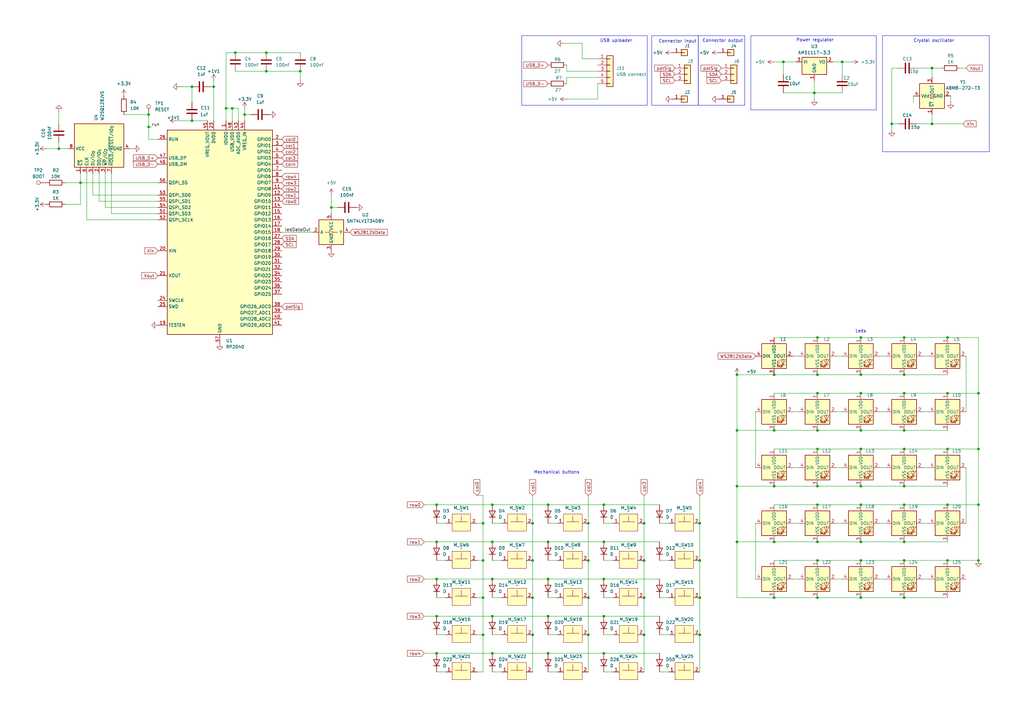
<source format=kicad_sch>
(kicad_sch (version 20250114) (generator "eeschema") (generator_version "9.0")
  (paper "A3")
  (rectangle (start 307.975 14.605) (end 359.41 45.085))
  (rectangle (start 286.385 14.605) (end 305.435 43.18))
  (rectangle (start 267.335 14.605) (end 286.385 43.18))
  (rectangle (start 361.95 14.605) (end 405.765 62.23))
  (rectangle (start 213.995 14.605) (end 265.43 43.18))
  (text "Leds" (at 353.06 135.89 0) (effects (font (size 1.27 1.27))))
  (text "Crystal oscillator" (at 383.032 16.764 0) (effects (font (size 1.27 1.27))))
  (text "USB uploader" (at 252.73 16.764 0) (effects (font (size 1.27 1.27))))
  (text "Connector output" (at 296.418 16.764 0) (effects (font (size 1.27 1.27))))
  (text "Mechanical buttons" (at 228.346 193.802 0) (effects (font (size 1.27 1.27))))
  (text "Connector input" (at 277.876 17.018 0) (effects (font (size 1.27 1.27))))
  (text "Power regulator" (at 334.264 16.51 0) (effects (font (size 1.27 1.27))))
  (junction (at 198.12 229.87))
  (junction (at 201.93 222.25))
  (junction (at 198.12 214.63))
  (junction (at 201.93 267.97))
  (junction (at 264.16 260.35))
  (junction (at 60.96 52.07))
  (junction (at 179.07 252.73))
  (junction (at 353.06 222.25))
  (junction (at 247.65 222.25))
  (junction (at 335.28 222.25))
  (junction (at 218.44 229.87))
  (junction (at 365.76 50.8))
  (junction (at 321.31 25.4))
  (junction (at 179.07 267.97))
  (junction (at 353.06 176.53))
  (junction (at 247.65 207.01))
  (junction (at 335.28 199.39))
  (junction (at 382.27 50.8))
  (junction (at 370.84 245.11))
  (junction (at 201.93 237.49))
  (junction (at 302.26 176.53))
  (junction (at 370.84 161.29))
  (junction (at 335.28 161.29))
  (junction (at 179.07 237.49))
  (junction (at 109.22 29.21))
  (junction (at 241.3 245.11))
  (junction (at 388.62 161.29))
  (junction (at 370.84 222.25))
  (junction (at 179.07 207.01))
  (junction (at 224.79 267.97))
  (junction (at 87.63 35.56))
  (junction (at 370.84 184.15))
  (junction (at 179.07 222.25))
  (junction (at 198.12 260.35))
  (junction (at 264.16 214.63))
  (junction (at 78.74 49.53))
  (junction (at 370.84 229.87))
  (junction (at 287.02 229.87))
  (junction (at 78.74 35.56))
  (junction (at 335.28 229.87))
  (junction (at 201.93 252.73))
  (junction (at 135.89 85.09))
  (junction (at 302.26 222.25))
  (junction (at 388.62 138.43))
  (junction (at 335.28 138.43))
  (junction (at 92.71 44.45))
  (junction (at 317.5 176.53))
  (junction (at 370.84 176.53))
  (junction (at 241.3 214.63))
  (junction (at 388.62 184.15))
  (junction (at 370.84 138.43))
  (junction (at 224.79 237.49))
  (junction (at 353.06 161.29))
  (junction (at 335.28 207.01))
  (junction (at 201.93 207.01))
  (junction (at 353.06 245.11))
  (junction (at 224.79 252.73))
  (junction (at 218.44 245.11))
  (junction (at 287.02 260.35))
  (junction (at 60.96 46.99))
  (junction (at 335.28 176.53))
  (junction (at 247.65 267.97))
  (junction (at 353.06 229.87))
  (junction (at 401.32 184.15))
  (junction (at 353.06 199.39))
  (junction (at 100.33 46.99))
  (junction (at 247.65 237.49))
  (junction (at 224.79 222.25))
  (junction (at 335.28 153.67))
  (junction (at 370.84 199.39))
  (junction (at 335.28 245.11))
  (junction (at 388.62 229.87))
  (junction (at 388.62 207.01))
  (junction (at 335.28 184.15))
  (junction (at 370.84 153.67))
  (junction (at 302.26 199.39))
  (junction (at 302.26 153.67))
  (junction (at 317.5 245.11))
  (junction (at 287.02 214.63))
  (junction (at 401.32 207.01))
  (junction (at 345.44 25.4))
  (junction (at 401.32 161.29))
  (junction (at 247.65 252.73))
  (junction (at 264.16 245.11))
  (junction (at 241.3 260.35))
  (junction (at 370.84 207.01))
  (junction (at 198.12 245.11))
  (junction (at 353.06 184.15))
  (junction (at 401.32 229.87))
  (junction (at 353.06 138.43))
  (junction (at 264.16 229.87))
  (junction (at 317.5 199.39))
  (junction (at 241.3 229.87))
  (junction (at 218.44 260.35))
  (junction (at 24.13 60.96))
  (junction (at 123.19 29.21))
  (junction (at 334.01 38.1))
  (junction (at 317.5 222.25))
  (junction (at 317.5 153.67))
  (junction (at 353.06 207.01))
  (junction (at 96.52 21.59))
  (junction (at 382.27 27.94))
  (junction (at 353.06 153.67))
  (junction (at 224.79 207.01))
  (junction (at 109.22 21.59))
  (junction (at 218.44 214.63))
  (junction (at 33.02 74.93))
  (junction (at 95.25 44.45))
  (junction (at 287.02 245.11))
  (wire (pts (xy 224.79 207.01) (xy 247.65 207.01)))
  (wire (pts (xy 224.79 237.49) (xy 247.65 237.49)))
  (wire (pts (xy 334.01 38.1) (xy 345.44 38.1)))
  (wire (pts (xy 302.26 176.53) (xy 302.26 199.39)))
  (wire (pts (xy 335.28 161.29) (xy 353.06 161.29)))
  (wire (pts (xy 302.26 222.25) (xy 317.5 222.25)))
  (wire (pts (xy 35.56 71.12) (xy 35.56 90.17)))
  (wire (pts (xy 201.93 229.87) (xy 205.74 229.87)))
  (wire (pts (xy 232.41 29.21) (xy 245.11 29.21)))
  (wire (pts (xy 353.06 229.87) (xy 370.84 229.87)))
  (wire (pts (xy 24.13 50.8) (xy 24.13 45.72)))
  (wire (pts (xy 43.18 71.12) (xy 43.18 85.09)))
  (wire (pts (xy 365.76 50.8) (xy 365.76 53.34)))
  (wire (pts (xy 224.79 229.87) (xy 228.6 229.87)))
  (wire (pts (xy 224.79 214.63) (xy 228.6 214.63)))
  (wire (pts (xy 38.1 80.01) (xy 64.77 80.01)))
  (wire (pts (xy 370.84 176.53) (xy 388.62 176.53)))
  (wire (pts (xy 179.07 207.01) (xy 201.93 207.01)))
  (wire (pts (xy 173.99 237.49) (xy 179.07 237.49)))
  (wire (pts (xy 224.79 245.11) (xy 228.6 245.11)))
  (wire (pts (xy 309.88 214.63) (xy 309.88 237.49)))
  (wire (pts (xy 73.66 35.56) (xy 78.74 35.56)))
  (wire (pts (xy 33.02 71.12) (xy 33.02 74.93)))
  (wire (pts (xy 92.71 44.45) (xy 92.71 49.53)))
  (wire (pts (xy 317.5 184.15) (xy 335.28 184.15)))
  (wire (pts (xy 26.67 83.82) (xy 33.02 83.82)))
  (wire (pts (xy 241.3 214.63) (xy 241.3 229.87)))
  (wire (pts (xy 201.93 252.73) (xy 224.79 252.73)))
  (wire (pts (xy 247.65 237.49) (xy 270.51 237.49)))
  (wire (pts (xy 241.3 260.35) (xy 241.3 275.59)))
  (wire (pts (xy 62.23 52.07) (xy 60.96 52.07)))
  (wire (pts (xy 173.99 207.01) (xy 179.07 207.01)))
  (wire (pts (xy 247.65 214.63) (xy 251.46 214.63)))
  (wire (pts (xy 360.68 146.05) (xy 363.22 146.05)))
  (wire (pts (xy 335.28 138.43) (xy 353.06 138.43)))
  (wire (pts (xy 50.8 46.99) (xy 60.96 46.99)))
  (wire (pts (xy 270.51 214.63) (xy 274.32 214.63)))
  (wire (pts (xy 232.41 26.67) (xy 232.41 29.21)))
  (wire (pts (xy 270.51 229.87) (xy 274.32 229.87)))
  (wire (pts (xy 201.93 260.35) (xy 205.74 260.35)))
  (wire (pts (xy 401.32 161.29) (xy 401.32 184.15)))
  (wire (pts (xy 264.16 203.2) (xy 264.16 214.63)))
  (wire (pts (xy 247.65 252.73) (xy 270.51 252.73)))
  (wire (pts (xy 264.16 229.87) (xy 264.16 245.11)))
  (wire (pts (xy 195.58 229.87) (xy 198.12 229.87)))
  (wire (pts (xy 201.93 237.49) (xy 224.79 237.49)))
  (wire (pts (xy 92.71 21.59) (xy 92.71 44.45)))
  (wire (pts (xy 353.06 222.25) (xy 370.84 222.25)))
  (wire (pts (xy 335.28 229.87) (xy 353.06 229.87)))
  (wire (pts (xy 238.76 17.78) (xy 238.76 24.13)))
  (wire (pts (xy 317.5 229.87) (xy 335.28 229.87)))
  (wire (pts (xy 342.9 168.91) (xy 345.44 168.91)))
  (wire (pts (xy 38.1 71.12) (xy 38.1 80.01)))
  (wire (pts (xy 135.89 85.09) (xy 135.89 87.63)))
  (wire (pts (xy 342.9 146.05) (xy 345.44 146.05)))
  (wire (pts (xy 325.12 237.49) (xy 327.66 237.49)))
  (wire (pts (xy 95.25 44.45) (xy 95.25 49.53)))
  (wire (pts (xy 393.7 27.94) (xy 396.24 27.94)))
  (wire (pts (xy 86.36 35.56) (xy 87.63 35.56)))
  (wire (pts (xy 335.28 184.15) (xy 353.06 184.15)))
  (wire (pts (xy 224.79 222.25) (xy 247.65 222.25)))
  (wire (pts (xy 198.12 203.2) (xy 195.58 203.2)))
  (wire (pts (xy 317.5 199.39) (xy 335.28 199.39)))
  (wire (pts (xy 378.46 168.91) (xy 381 168.91)))
  (wire (pts (xy 60.96 52.07) (xy 60.96 57.15)))
  (wire (pts (xy 40.64 71.12) (xy 40.64 82.55)))
  (wire (pts (xy 138.43 85.09) (xy 135.89 85.09)))
  (wire (pts (xy 334.01 33.02) (xy 334.01 38.1)))
  (wire (pts (xy 198.12 229.87) (xy 198.12 214.63)))
  (wire (pts (xy 201.93 267.97) (xy 224.79 267.97)))
  (wire (pts (xy 26.67 74.93) (xy 33.02 74.93)))
  (wire (pts (xy 335.28 153.67) (xy 353.06 153.67)))
  (wire (pts (xy 341.63 25.4) (xy 345.44 25.4)))
  (wire (pts (xy 370.84 245.11) (xy 388.62 245.11)))
  (wire (pts (xy 335.28 199.39) (xy 353.06 199.39)))
  (wire (pts (xy 247.65 245.11) (xy 251.46 245.11)))
  (wire (pts (xy 78.74 41.91) (xy 78.74 35.56)))
  (wire (pts (xy 388.62 184.15) (xy 401.32 184.15)))
  (wire (pts (xy 317.5 25.4) (xy 321.31 25.4)))
  (wire (pts (xy 378.46 146.05) (xy 381 146.05)))
  (wire (pts (xy 100.33 49.53) (xy 100.33 46.99)))
  (wire (pts (xy 317.5 176.53) (xy 335.28 176.53)))
  (wire (pts (xy 396.24 146.05) (xy 396.24 168.91)))
  (wire (pts (xy 378.46 237.49) (xy 381 237.49)))
  (wire (pts (xy 92.71 21.59) (xy 96.52 21.59)))
  (wire (pts (xy 179.07 214.63) (xy 182.88 214.63)))
  (wire (pts (xy 317.5 161.29) (xy 335.28 161.29)))
  (wire (pts (xy 173.99 252.73) (xy 179.07 252.73)))
  (wire (pts (xy 96.52 21.59) (xy 109.22 21.59)))
  (wire (pts (xy 388.62 161.29) (xy 401.32 161.29)))
  (wire (pts (xy 92.71 44.45) (xy 95.25 44.45)))
  (wire (pts (xy 302.26 245.11) (xy 317.5 245.11)))
  (wire (pts (xy 370.84 207.01) (xy 388.62 207.01)))
  (wire (pts (xy 342.9 191.77) (xy 345.44 191.77)))
  (wire (pts (xy 335.28 176.53) (xy 353.06 176.53)))
  (wire (pts (xy 264.16 245.11) (xy 264.16 260.35)))
  (wire (pts (xy 342.9 214.63) (xy 345.44 214.63)))
  (wire (pts (xy 378.46 191.77) (xy 381 191.77)))
  (wire (pts (xy 382.27 31.75) (xy 382.27 27.94)))
  (wire (pts (xy 96.52 29.21) (xy 109.22 29.21)))
  (wire (pts (xy 179.07 229.87) (xy 182.88 229.87)))
  (wire (pts (xy 87.63 35.56) (xy 87.63 49.53)))
  (wire (pts (xy 100.33 46.99) (xy 102.87 46.99)))
  (wire (pts (xy 321.31 38.1) (xy 334.01 38.1)))
  (wire (pts (xy 287.02 260.35) (xy 287.02 275.59)))
  (wire (pts (xy 72.39 49.53) (xy 78.74 49.53)))
  (wire (pts (xy 198.12 229.87) (xy 198.12 245.11)))
  (wire (pts (xy 247.65 267.97) (xy 270.51 267.97)))
  (wire (pts (xy 247.65 222.25) (xy 270.51 222.25)))
  (wire (pts (xy 53.34 60.96) (xy 54.61 60.96)))
  (wire (pts (xy 378.46 214.63) (xy 381 214.63)))
  (wire (pts (xy 321.31 25.4) (xy 321.31 30.48)))
  (wire (pts (xy 179.07 222.25) (xy 201.93 222.25)))
  (wire (pts (xy 35.56 90.17) (xy 64.77 90.17)))
  (wire (pts (xy 370.84 153.67) (xy 388.62 153.67)))
  (wire (pts (xy 325.12 191.77) (xy 327.66 191.77)))
  (wire (pts (xy 325.12 146.05) (xy 327.66 146.05)))
  (wire (pts (xy 232.41 31.75) (xy 245.11 31.75)))
  (wire (pts (xy 27.94 60.96) (xy 24.13 60.96)))
  (wire (pts (xy 345.44 25.4) (xy 345.44 30.48)))
  (wire (pts (xy 24.13 60.96) (xy 24.13 58.42)))
  (wire (pts (xy 195.58 260.35) (xy 198.12 260.35)))
  (wire (pts (xy 325.12 168.91) (xy 327.66 168.91)))
  (wire (pts (xy 368.3 50.8) (xy 365.76 50.8)))
  (wire (pts (xy 247.65 207.01) (xy 270.51 207.01)))
  (wire (pts (xy 33.02 83.82) (xy 33.02 74.93)))
  (wire (pts (xy 218.44 245.11) (xy 218.44 260.35)))
  (wire (pts (xy 302.26 199.39) (xy 317.5 199.39)))
  (wire (pts (xy 201.93 222.25) (xy 224.79 222.25)))
  (wire (pts (xy 218.44 260.35) (xy 218.44 275.59)))
  (wire (pts (xy 302.26 199.39) (xy 302.26 222.25)))
  (wire (pts (xy 353.06 153.67) (xy 370.84 153.67)))
  (wire (pts (xy 198.12 214.63) (xy 198.12 203.2)))
  (wire (pts (xy 19.05 60.96) (xy 24.13 60.96)))
  (wire (pts (xy 195.58 275.59) (xy 198.12 275.59)))
  (wire (pts (xy 382.27 46.99) (xy 382.27 50.8)))
  (wire (pts (xy 287.02 229.87) (xy 287.02 245.11)))
  (wire (pts (xy 317.5 153.67) (xy 335.28 153.67)))
  (wire (pts (xy 375.92 50.8) (xy 382.27 50.8)))
  (wire (pts (xy 302.26 176.53) (xy 317.5 176.53)))
  (wire (pts (xy 388.62 138.43) (xy 401.32 138.43)))
  (wire (pts (xy 360.68 168.91) (xy 363.22 168.91)))
  (wire (pts (xy 264.16 214.63) (xy 264.16 229.87)))
  (wire (pts (xy 195.58 214.63) (xy 198.12 214.63)))
  (wire (pts (xy 353.06 199.39) (xy 370.84 199.39)))
  (wire (pts (xy 45.72 87.63) (xy 64.77 87.63)))
  (wire (pts (xy 382.27 27.94) (xy 386.08 27.94)))
  (wire (pts (xy 97.79 49.53) (xy 97.79 44.45)))
  (wire (pts (xy 375.92 27.94) (xy 382.27 27.94)))
  (wire (pts (xy 218.44 229.87) (xy 218.44 245.11)))
  (wire (pts (xy 135.89 80.01) (xy 135.89 85.09)))
  (wire (pts (xy 309.88 168.91) (xy 309.88 191.77)))
  (wire (pts (xy 201.93 214.63) (xy 205.74 214.63)))
  (wire (pts (xy 33.02 74.93) (xy 64.77 74.93)))
  (wire (pts (xy 45.72 71.12) (xy 45.72 87.63)))
  (wire (pts (xy 179.07 260.35) (xy 182.88 260.35)))
  (wire (pts (xy 396.24 191.77) (xy 396.24 214.63)))
  (wire (pts (xy 345.44 25.4) (xy 349.25 25.4)))
  (wire (pts (xy 353.06 138.43) (xy 370.84 138.43)))
  (wire (pts (xy 360.68 191.77) (xy 363.22 191.77)))
  (wire (pts (xy 109.22 29.21) (xy 123.19 29.21)))
  (wire (pts (xy 224.79 275.59) (xy 228.6 275.59)))
  (wire (pts (xy 287.02 245.11) (xy 287.02 260.35)))
  (wire (pts (xy 401.32 184.15) (xy 401.32 207.01)))
  (wire (pts (xy 87.63 33.02) (xy 87.63 35.56)))
  (wire (pts (xy 321.31 25.4) (xy 326.39 25.4)))
  (wire (pts (xy 270.51 260.35) (xy 274.32 260.35)))
  (wire (pts (xy 317.5 153.67) (xy 302.26 153.67)))
  (wire (pts (xy 232.41 40.64) (xy 245.11 40.64)))
  (wire (pts (xy 264.16 260.35) (xy 264.16 275.59)))
  (wire (pts (xy 224.79 260.35) (xy 228.6 260.35)))
  (wire (pts (xy 218.44 214.63) (xy 218.44 229.87)))
  (wire (pts (xy 201.93 245.11) (xy 205.74 245.11)))
  (wire (pts (xy 238.76 24.13) (xy 245.11 24.13)))
  (wire (pts (xy 241.3 229.87) (xy 241.3 245.11)))
  (wire (pts (xy 60.96 46.99) (xy 60.96 52.07)))
  (wire (pts (xy 353.06 184.15) (xy 370.84 184.15)))
  (wire (pts (xy 287.02 203.2) (xy 287.02 214.63)))
  (wire (pts (xy 302.26 222.25) (xy 302.26 245.11)))
  (wire (pts (xy 317.5 222.25) (xy 335.28 222.25)))
  (wire (pts (xy 382.27 50.8) (xy 394.97 50.8)))
  (wire (pts (xy 247.65 275.59) (xy 251.46 275.59)))
  (wire (pts (xy 247.65 260.35) (xy 251.46 260.35)))
  (wire (pts (xy 232.41 34.29) (xy 232.41 31.75)))
  (wire (pts (xy 78.74 49.53) (xy 85.09 49.53)))
  (wire (pts (xy 365.76 27.94) (xy 368.3 27.94)))
  (wire (pts (xy 317.5 245.11) (xy 335.28 245.11)))
  (wire (pts (xy 198.12 260.35) (xy 198.12 245.11)))
  (wire (pts (xy 401.32 207.01) (xy 401.32 229.87)))
  (wire (pts (xy 43.18 85.09) (xy 64.77 85.09)))
  (wire (pts (xy 245.11 40.64) (xy 245.11 34.29)))
  (wire (pts (xy 123.19 29.21) (xy 123.19 33.02)))
  (wire (pts (xy 100.33 44.45) (xy 100.33 46.99)))
  (wire (pts (xy 201.93 275.59) (xy 205.74 275.59)))
  (wire (pts (xy 241.3 245.11) (xy 241.3 260.35)))
  (wire (pts (xy 179.07 275.59) (xy 182.88 275.59)))
  (wire (pts (xy 198.12 275.59) (xy 198.12 260.35)))
  (wire (pts (xy 109.22 21.59) (xy 123.19 21.59)))
  (wire (pts (xy 179.07 237.49) (xy 201.93 237.49)))
  (wire (pts (xy 173.99 222.25) (xy 179.07 222.25)))
  (wire (pts (xy 179.07 267.97) (xy 201.93 267.97)))
  (wire (pts (xy 370.84 222.25) (xy 388.62 222.25)))
  (wire (pts (xy 360.68 214.63) (xy 363.22 214.63)))
  (wire (pts (xy 241.3 203.2) (xy 241.3 214.63)))
  (wire (pts (xy 370.84 161.29) (xy 388.62 161.29)))
  (wire (pts (xy 247.65 229.87) (xy 251.46 229.87)))
  (wire (pts (xy 317.5 207.01) (xy 335.28 207.01)))
  (wire (pts (xy 179.07 252.73) (xy 201.93 252.73)))
  (wire (pts (xy 334.01 38.1) (xy 334.01 40.64)))
  (wire (pts (xy 335.28 207.01) (xy 353.06 207.01)))
  (wire (pts (xy 353.06 207.01) (xy 370.84 207.01)))
  (wire (pts (xy 95.25 44.45) (xy 97.79 44.45)))
  (wire (pts (xy 173.99 267.97) (xy 179.07 267.97)))
  (wire (pts (xy 287.02 214.63) (xy 287.02 229.87)))
  (wire (pts (xy 365.76 50.8) (xy 365.76 27.94)))
  (wire (pts (xy 302.26 153.67) (xy 302.26 176.53)))
  (wire (pts (xy 374.65 39.37) (xy 374.65 41.91)))
  (wire (pts (xy 335.28 222.25) (xy 353.06 222.25)))
  (wire (pts (xy 317.5 138.43) (xy 335.28 138.43)))
  (wire (pts (xy 370.84 199.39) (xy 388.62 199.39)))
  (wire (pts (xy 224.79 252.73) (xy 247.65 252.73)))
  (wire (pts (xy 353.06 161.29) (xy 370.84 161.29)))
  (wire (pts (xy 401.32 161.29) (xy 401.32 138.43)))
  (wire (pts (xy 115.57 95.25) (xy 128.27 95.25)))
  (wire (pts (xy 360.68 237.49) (xy 363.22 237.49)))
  (wire (pts (xy 353.06 176.53) (xy 370.84 176.53)))
  (wire (pts (xy 270.51 275.59) (xy 274.32 275.59)))
  (wire (pts (xy 60.96 57.15) (xy 64.77 57.15)))
  (wire (pts (xy 370.84 138.43) (xy 388.62 138.43)))
  (wire (pts (xy 179.07 245.11) (xy 182.88 245.11)))
  (wire (pts (xy 370.84 184.15) (xy 388.62 184.15)))
  (wire (pts (xy 388.62 207.01) (xy 401.32 207.01)))
  (wire (pts (xy 218.44 203.2) (xy 218.44 214.63)))
  (wire (pts (xy 342.9 237.49) (xy 345.44 237.49)))
  (wire (pts (xy 335.28 245.11) (xy 353.06 245.11)))
  (wire (pts (xy 40.64 82.55) (xy 64.77 82.55)))
  (wire (pts (xy 401.32 229.87) (xy 388.62 229.87)))
  (wire (pts (xy 195.58 245.11) (xy 198.12 245.11)))
  (wire (pts (xy 224.79 267.97) (xy 247.65 267.97)))
  (wire (pts (xy 201.93 207.01) (xy 224.79 207.01)))
  (wire (pts (xy 231.14 17.78) (xy 238.76 17.78)))
  (wire (pts (xy 270.51 245.11) (xy 274.32 245.11)))
  (wire (pts (xy 370.84 229.87) (xy 388.62 229.87)))
  (wire (pts (xy 389.89 39.37) (xy 389.89 41.91)))
  (wire (pts (xy 353.06 245.11) (xy 370.84 245.11)))
  (wire (pts (xy 325.12 214.63) (xy 327.66 214.63)))
  (label "run" (at 62.23 52.07 0))
  (label "ledDataOut" (at 116.84 95.25 0))
  (global_label "USB_D-" (shape input) (at 224.79 34.29 180) (property "Intersheetrefs" "${INTERSHEET_REFS}" (effects (hide yes))))
  (global_label "row4" (shape input) (at 173.99 267.97 180) (property "Intersheetrefs" "${INTERSHEET_REFS}" (effects (hide yes))))
  (global_label "col4" (shape input) (at 115.57 67.31 0) (property "Intersheetrefs" "${INTERSHEET_REFS}" (effects (hide yes))))
  (global_label "row2" (shape input) (at 173.99 237.49 180) (property "Intersheetrefs" "${INTERSHEET_REFS}" (effects (hide yes))))
  (global_label "col4" (shape input) (at 287.02 203.2 90) (property "Intersheetrefs" "${INTERSHEET_REFS}" (effects (hide yes))))
  (global_label "SDA" (shape input) (at 115.57 97.79 0) (property "Intersheetrefs" "${INTERSHEET_REFS}" (effects (hide yes))))
  (global_label "row0" (shape input) (at 115.57 82.55 0) (property "Intersheetrefs" "${INTERSHEET_REFS}" (effects (hide yes))))
  (global_label "potSig" (shape input) (at 115.57 125.73 0) (property "Intersheetrefs" "${INTERSHEET_REFS}" (effects (hide yes))))
  (global_label "SDA" (shape input) (at 295.91 30.48 180) (property "Intersheetrefs" "${INTERSHEET_REFS}" (effects (hide yes))))
  (global_label "col1" (shape input) (at 218.44 203.2 90) (property "Intersheetrefs" "${INTERSHEET_REFS}" (effects (hide yes))))
  (global_label "USB_D+" (shape input) (at 64.77 64.77 180) (property "Intersheetrefs" "${INTERSHEET_REFS}" (effects (hide yes))))
  (global_label "row1" (shape input) (at 115.57 80.01 0) (property "Intersheetrefs" "${INTERSHEET_REFS}" (effects (hide yes))))
  (global_label "col0" (shape input) (at 195.58 203.2 90) (property "Intersheetrefs" "${INTERSHEET_REFS}" (effects (hide yes))))
  (global_label "row2" (shape input) (at 115.57 77.47 0) (property "Intersheetrefs" "${INTERSHEET_REFS}" (effects (hide yes))))
  (global_label "potSig" (shape input) (at 276.86 27.94 180) (property "Intersheetrefs" "${INTERSHEET_REFS}" (effects (hide yes))))
  (global_label "col2" (shape input) (at 115.57 62.23 0) (property "Intersheetrefs" "${INTERSHEET_REFS}" (effects (hide yes))))
  (global_label "Xin" (shape input) (at 394.97 50.8 0) (property "Intersheetrefs" "${INTERSHEET_REFS}" (effects (hide yes))))
  (global_label "USB_D+" (shape input) (at 224.79 26.67 180) (property "Intersheetrefs" "${INTERSHEET_REFS}" (effects (hide yes))))
  (global_label "SCL" (shape input) (at 295.91 33.02 180) (property "Intersheetrefs" "${INTERSHEET_REFS}" (effects (hide yes))))
  (global_label "row0" (shape input) (at 173.99 207.01 180) (property "Intersheetrefs" "${INTERSHEET_REFS}" (effects (hide yes))))
  (global_label "col3" (shape input) (at 264.16 203.2 90) (property "Intersheetrefs" "${INTERSHEET_REFS}" (effects (hide yes))))
  (global_label "row1" (shape input) (at 173.99 222.25 180) (property "Intersheetrefs" "${INTERSHEET_REFS}" (effects (hide yes))))
  (global_label "SCL" (shape input) (at 276.86 33.02 180) (property "Intersheetrefs" "${INTERSHEET_REFS}" (effects (hide yes))))
  (global_label "Xout" (shape input) (at 64.77 113.03 180) (property "Intersheetrefs" "${INTERSHEET_REFS}" (effects (hide yes))))
  (global_label "SDA" (shape input) (at 276.86 30.48 180) (property "Intersheetrefs" "${INTERSHEET_REFS}" (effects (hide yes))))
  (global_label "WS2812bData" (shape input) (at 309.88 146.05 180) (property "Intersheetrefs" "${INTERSHEET_REFS}" (effects (hide yes))))
  (global_label "potSig" (shape input) (at 295.91 27.94 180) (property "Intersheetrefs" "${INTERSHEET_REFS}" (effects (hide yes))))
  (global_label "WS2812bData" (shape input) (at 143.51 95.25 0) (property "Intersheetrefs" "${INTERSHEET_REFS}" (effects (hide yes))))
  (global_label "row4" (shape input) (at 115.57 72.39 0) (property "Intersheetrefs" "${INTERSHEET_REFS}" (effects (hide yes))))
  (global_label "row3" (shape input) (at 173.99 252.73 180) (property "Intersheetrefs" "${INTERSHEET_REFS}" (effects (hide yes))))
  (global_label "col1" (shape input) (at 115.57 59.69 0) (property "Intersheetrefs" "${INTERSHEET_REFS}" (effects (hide yes))))
  (global_label "col2" (shape input) (at 241.3 203.2 90) (property "Intersheetrefs" "${INTERSHEET_REFS}" (effects (hide yes))))
  (global_label "Xin" (shape input) (at 64.77 102.87 180) (property "Intersheetrefs" "${INTERSHEET_REFS}" (effects (hide yes))))
  (global_label "row3" (shape input) (at 115.57 74.93 0) (property "Intersheetrefs" "${INTERSHEET_REFS}" (effects (hide yes))))
  (global_label "col3" (shape input) (at 115.57 64.77 0) (property "Intersheetrefs" "${INTERSHEET_REFS}" (effects (hide yes))))
  (global_label "Xout" (shape input) (at 396.24 27.94 0) (property "Intersheetrefs" "${INTERSHEET_REFS}" (effects (hide yes))))
  (global_label "SCL" (shape input) (at 115.57 100.33 0) (property "Intersheetrefs" "${INTERSHEET_REFS}" (effects (hide yes))))
  (global_label "USB_D-" (shape input) (at 64.77 67.31 180) (property "Intersheetrefs" "${INTERSHEET_REFS}" (effects (hide yes))))
  (global_label "col0" (shape input) (at 115.57 57.15 0) (property "Intersheetrefs" "${INTERSHEET_REFS}" (effects (hide yes))))
  (symbol (lib_id "LED:WS2812B") (at 317.5 168.91 0) (unit 1)
    (property "Reference" "L6" (at 321.31 162.052 0))
    (property "Value" "WS2812B" (effects (hide yes)))
    (property "Footprint" "1_Custom_library:DY-S352818RGBC6812-2T led down" (effects (hide yes)))
    (property "Datasheet" "https://cdn-shop.adafruit.com/datasheets/WS2812B.pdf" (effects (hide yes)))
    (property "Description" "RGB LED with integrated controller" (effects (hide yes)))
  )
  (symbol (lib_id "LED:WS2812B") (at 335.28 168.91 0) (unit 1)
    (property "Reference" "L7" (at 339.09 162.052 0))
    (property "Value" "WS2812B" (effects (hide yes)))
    (property "Footprint" "1_Custom_library:DY-S352818RGBC6812-2T led down" (effects (hide yes)))
    (property "Datasheet" "https://cdn-shop.adafruit.com/datasheets/WS2812B.pdf" (effects (hide yes)))
    (property "Description" "RGB LED with integrated controller" (effects (hide yes)))
  )
  (symbol (lib_id "Device:R") (at 389.89 27.94 270) (unit 1)
    (property "Reference" "R5" (at 389.89 22.86 90))
    (property "Value" "1K" (at 389.89 25.4 90))
    (property "Footprint" "Resistor_SMD:R_0402_1005Metric" (effects (hide yes)))
    (property "Description" "Resistor" (effects (hide yes)))
  )
  (symbol (lib_id "1_Custom_symbol_library:Mechanical_Sw") (at 280.67 231.14 0) (unit 1)
    (property "Reference" "M_SW10" (at 280.67 223.52 0))
    (property "Value" "~" (at 280.67 224.79 0))
    (property "Footprint" "1_Custom_library:Kailh low profile Choc switch V1" (effects (hide yes)))
  )
  (symbol (lib_id "LED:WS2812B") (at 388.62 146.05 0) (unit 1)
    (property "Reference" "L5" (at 392.43 139.192 0))
    (property "Value" "WS2812B" (effects (hide yes)))
    (property "Footprint" "1_Custom_library:DY-S352818RGBC6812-2T led down" (effects (hide yes)))
    (property "Datasheet" "https://cdn-shop.adafruit.com/datasheets/WS2812B.pdf" (effects (hide yes)))
    (property "Description" "RGB LED with integrated controller" (effects (hide yes)))
  )
  (symbol (lib_id "Device:D") (at 247.65 226.06 90) (unit 1)
    (property "Reference" "D11" (at 250.19 224.79 90) (effects (justify right)))
    (property "Value" "D" (at 250.19 227.33 90) (effects (justify right)))
    (property "Footprint" "Diode_SMD:D_0603_1608Metric" (effects (hide yes)))
    (property "Description" "Diode" (effects (hide yes)))
    (property "Sim.Device" "D" (effects (hide yes)))
    (property "Sim.Pins" "1=K 2=A" (effects (hide yes)))
  )
  (symbol (lib_id "Device:D") (at 179.07 256.54 90) (unit 1)
    (property "Reference" "D18" (at 181.61 255.27 90) (effects (justify right)))
    (property "Value" "D" (at 181.61 257.81 90) (effects (justify right)))
    (property "Footprint" "Diode_SMD:D_0603_1608Metric" (effects (hide yes)))
    (property "Description" "Diode" (effects (hide yes)))
    (property "Sim.Device" "D" (effects (hide yes)))
    (property "Sim.Pins" "1=K 2=A" (effects (hide yes)))
  )
  (symbol (lib_id "Device:D") (at 179.07 271.78 90) (unit 1)
    (property "Reference" "D23" (at 181.61 270.51 90) (effects (justify right)))
    (property "Value" "D" (at 181.61 273.05 90) (effects (justify right)))
    (property "Footprint" "Diode_SMD:D_0603_1608Metric" (effects (hide yes)))
    (property "Description" "Diode" (effects (hide yes)))
    (property "Sim.Device" "D" (effects (hide yes)))
    (property "Sim.Pins" "1=K 2=A" (effects (hide yes)))
  )
  (symbol (lib_id "power:GND") (at 54.61 60.96 90) (unit 1)
    (property "Reference" "#PWR020" (effects (hide yes)))
    (property "Value" "GND" (effects (hide yes)))
    (property "Description" "Power symbol creates a global label with name \"GND\" , ground" (effects (hide yes)))
  )
  (symbol (lib_id "LED:WS2812B") (at 370.84 214.63 0) (unit 1)
    (property "Reference" "L19" (at 374.65 207.772 0))
    (property "Value" "WS2812B" (effects (hide yes)))
    (property "Footprint" "1_Custom_library:DY-S352818RGBC6812-2T led down" (effects (hide yes)))
    (property "Datasheet" "https://cdn-shop.adafruit.com/datasheets/WS2812B.pdf" (effects (hide yes)))
    (property "Description" "RGB LED with integrated controller" (effects (hide yes)))
  )
  (symbol (lib_id "Device:R") (at 22.86 83.82 270) (unit 1)
    (property "Reference" "R3" (at 22.86 78.74 90))
    (property "Value" "1K" (at 22.86 81.28 90))
    (property "Footprint" "Resistor_SMD:R_0402_1005Metric" (effects (hide yes)))
    (property "Description" "Resistor" (effects (hide yes)))
  )
  (symbol (lib_id "power:+5V") (at 317.5 25.4 90) (unit 1)
    (property "Reference" "#PWR011" (effects (hide yes)))
    (property "Value" "+5V" (at 313.69 25.4 90) (effects (justify left)))
    (property "Description" "Power symbol creates a global label with name \"+5V\"" (effects (hide yes)))
  )
  (symbol (lib_id "1_Custom_symbol_library:Mechanical_Sw") (at 212.09 276.86 0) (unit 1)
    (property "Reference" "M_SW22" (at 212.09 269.24 0))
    (property "Value" "~" (at 212.09 270.51 0))
    (property "Footprint" "1_Custom_library:Kailh low profile Choc switch V1" (effects (hide yes)))
  )
  (symbol (lib_id "1_Custom_symbol_library:Mechanical_Sw") (at 234.95 231.14 0) (unit 1)
    (property "Reference" "M_SW8" (at 234.95 223.52 0))
    (property "Value" "~" (at 234.95 224.79 0))
    (property "Footprint" "1_Custom_library:Kailh low profile Choc switch V1" (effects (hide yes)))
  )
  (symbol (lib_id "power:+3.3V") (at 19.05 60.96 90) (unit 1)
    (property "Reference" "#PWR019" (effects (hide yes)))
    (property "Value" "+3.3V" (at 15.24 60.96 0))
    (property "Description" "Power symbol creates a global label with name \"+3.3V\"" (effects (hide yes)))
  )
  (symbol (lib_id "1_Custom_symbol_library:Mechanical_Sw") (at 189.23 276.86 0) (unit 1)
    (property "Reference" "M_SW21" (at 189.23 269.24 0))
    (property "Value" "~" (at 189.23 270.51 0))
    (property "Footprint" "1_Custom_library:Kailh low profile Choc switch V1" (effects (hide yes)))
  )
  (symbol (lib_id "1_Custom_symbol_library:Mechanical_Sw") (at 234.95 276.86 0) (unit 1)
    (property "Reference" "M_SW23" (at 234.95 269.24 0))
    (property "Value" "~" (at 234.95 270.51 0))
    (property "Footprint" "1_Custom_library:Kailh low profile Choc switch V1" (effects (hide yes)))
  )
  (symbol (lib_id "LED:WS2812B") (at 353.06 237.49 0) (unit 1)
    (property "Reference" "L23" (at 356.87 230.632 0))
    (property "Value" "WS2812B" (effects (hide yes)))
    (property "Footprint" "1_Custom_library:DY-S352818RGBC6812-2T led down" (effects (hide yes)))
    (property "Datasheet" "https://cdn-shop.adafruit.com/datasheets/WS2812B.pdf" (effects (hide yes)))
    (property "Description" "RGB LED with integrated controller" (effects (hide yes)))
  )
  (symbol (lib_id "1_Custom_symbol_library:Mechanical_Sw") (at 212.09 215.9 0) (unit 1)
    (property "Reference" "M_SW2" (at 212.09 208.28 0))
    (property "Value" "~" (at 212.09 209.55 0))
    (property "Footprint" "1_Custom_library:Kailh low profile Choc switch V1" (effects (hide yes)))
  )
  (symbol (lib_id "power:GND") (at 365.76 53.34 0) (unit 1)
    (property "Reference" "#PWR030" (effects (hide yes)))
    (property "Value" "GND" (effects (hide yes)))
    (property "Description" "Power symbol creates a global label with name \"GND\" , ground" (effects (hide yes)))
  )
  (symbol (lib_id "power:GND") (at 135.89 102.87 0) (unit 1)
    (property "Reference" "#PWR027" (effects (hide yes)))
    (property "Value" "GND" (effects (hide yes)))
    (property "Description" "Power symbol creates a global label with name \"GND\" , ground" (effects (hide yes)))
  )
  (symbol (lib_id "Device:C") (at 109.22 25.4 0) (unit 1)
    (property "Reference" "C5" (at 113.03 24.13 0) (effects (justify left)))
    (property "Value" "100nf" (at 113.03 26.67 0) (effects (justify left)))
    (property "Footprint" "Capacitor_SMD:C_0402_1005Metric" (effects (hide yes)))
    (property "Description" "Unpolarized capacitor" (effects (hide yes)))
  )
  (symbol (lib_id "Device:C") (at 96.52 25.4 0) (unit 1)
    (property "Reference" "C4" (at 100.33 24.13 0) (effects (justify left)))
    (property "Value" "100nf" (at 100.33 26.67 0) (effects (justify left)))
    (property "Footprint" "Capacitor_SMD:C_0402_1005Metric" (effects (hide yes)))
    (property "Description" "Unpolarized capacitor" (effects (hide yes)))
    (property "part" "C60474" (effects (hide yes)))
  )
  (symbol (lib_id "LED:WS2812B") (at 370.84 191.77 0) (unit 1)
    (property "Reference" "L14" (at 374.65 184.912 0))
    (property "Value" "WS2812B" (effects (hide yes)))
    (property "Footprint" "1_Custom_library:DY-S352818RGBC6812-2T led down" (effects (hide yes)))
    (property "Datasheet" "https://cdn-shop.adafruit.com/datasheets/WS2812B.pdf" (effects (hide yes)))
    (property "Description" "RGB LED with integrated controller" (effects (hide yes)))
  )
  (symbol (lib_id "Memory_Flash:W25Q128JVS") (at 40.64 60.96 90) (unit 1)
    (property "Reference" "U4" (at 39.37 49.53 0) (effects (justify left)))
    (property "Value" "W25Q128JVS" (at 41.91 49.53 0) (effects (justify left)))
    (property "Footprint" "Package_SO:SOIC-8_5.3x5.3mm_P1.27mm" (effects (hide yes)))
    (property "Datasheet" "https://www.winbond.com/resource-files/w25q128jv_dtr%20revc%2003272018%20plus.pdf" (effects (hide yes)))
    (property "Description" "128Mbit / 16MiB Serial Flash Memory, Standard/Dual/Quad SPI, 2.7-3.6V, SOIC-8" (effects (hide yes)))
  )
  (symbol (lib_id "LED:WS2812B") (at 335.28 237.49 0) (unit 1)
    (property "Reference" "L22" (at 339.09 230.632 0))
    (property "Value" "WS2812B" (effects (hide yes)))
    (property "Footprint" "1_Custom_library:DY-S352818RGBC6812-2T led down" (effects (hide yes)))
    (property "Datasheet" "https://cdn-shop.adafruit.com/datasheets/WS2812B.pdf" (effects (hide yes)))
    (property "Description" "RGB LED with integrated controller" (effects (hide yes)))
  )
  (symbol (lib_id "power:+1V1") (at 72.39 49.53 90) (unit 1)
    (property "Reference" "#PWR022" (effects (hide yes)))
    (property "Value" "+1V1" (at 71.12 48.26 90))
    (property "Description" "Power symbol creates a global label with name \"+1V1\"" (effects (hide yes)))
  )
  (symbol (lib_id "LED:WS2812B") (at 353.06 214.63 0) (unit 1)
    (property "Reference" "L18" (at 356.87 207.772 0))
    (property "Value" "WS2812B" (effects (hide yes)))
    (property "Footprint" "1_Custom_library:DY-S352818RGBC6812-2T led down" (effects (hide yes)))
    (property "Datasheet" "https://cdn-shop.adafruit.com/datasheets/WS2812B.pdf" (effects (hide yes)))
    (property "Description" "RGB LED with integrated controller" (effects (hide yes)))
  )
  (symbol (lib_id "power:GND") (at 110.49 46.99 90) (unit 1)
    (property "Reference" "#PWR016" (effects (hide yes)))
    (property "Value" "GND" (effects (hide yes)))
    (property "Description" "Power symbol creates a global label with name \"GND\" , ground" (effects (hide yes)))
  )
  (symbol (lib_id "1_Custom_symbol_library:Mechanical_Sw") (at 189.23 246.38 0) (unit 1)
    (property "Reference" "M_SW11" (at 189.23 238.76 0))
    (property "Value" "~" (at 189.23 240.03 0))
    (property "Footprint" "1_Custom_library:Kailh low profile Choc switch V1" (effects (hide yes)))
  )
  (symbol (lib_id "power:GND") (at 401.32 229.87 0) (unit 1)
    (property "Reference" "#PWR06" (effects (hide yes)))
    (property "Value" "GND" (effects (hide yes)))
    (property "Description" "Power symbol creates a global label with name \"GND\" , ground" (effects (hide yes)))
  )
  (symbol (lib_id "LED:WS2812B") (at 335.28 191.77 0) (unit 1)
    (property "Reference" "L12" (at 339.09 184.912 0))
    (property "Value" "WS2812B" (effects (hide yes)))
    (property "Footprint" "1_Custom_library:DY-S352818RGBC6812-2T led down" (effects (hide yes)))
    (property "Datasheet" "https://cdn-shop.adafruit.com/datasheets/WS2812B.pdf" (effects (hide yes)))
    (property "Description" "RGB LED with integrated controller" (effects (hide yes)))
  )
  (symbol (lib_id "1_Custom_symbol_library:Mechanical_Sw") (at 257.81 261.62 0) (unit 1)
    (property "Reference" "M_SW19" (at 257.81 254 0))
    (property "Value" "~" (at 257.81 255.27 0))
    (property "Footprint" "1_Custom_library:Kailh low profile Choc switch V1" (effects (hide yes)))
  )
  (symbol (lib_id "Device:D") (at 224.79 241.3 90) (unit 1)
    (property "Reference" "D15" (at 227.33 240.03 90) (effects (justify right)))
    (property "Value" "D" (at 227.33 242.57 90) (effects (justify right)))
    (property "Footprint" "Diode_SMD:D_0603_1608Metric" (effects (hide yes)))
    (property "Description" "Diode" (effects (hide yes)))
    (property "Sim.Device" "D" (effects (hide yes)))
    (property "Sim.Pins" "1=K 2=A" (effects (hide yes)))
  )
  (symbol (lib_id "Connector_Generic:Conn_01x05") (at 250.19 29.21 0) (unit 1)
    (property "Reference" "J11" (at 252.73 27.94 0) (effects (justify left)))
    (property "Value" "USB connect" (at 252.73 30.48 0) (effects (justify left)))
    (property "Footprint" "Connector_PinSocket_2.54mm:PinSocket_1x05_P2.54mm_Vertical" (effects (hide yes)))
    (property "Description" "Generic connector, single row, 01x05, script generated (kicad-library-utils/schlib/autogen/connector/)" (effects (hide yes)))
  )
  (symbol (lib_id "Device:C") (at 372.11 27.94 90) (unit 1)
    (property "Reference" "C13" (at 372.11 24.13 90))
    (property "Value" "15p" (at 374.904 29.21 90))
    (property "Footprint" "Capacitor_SMD:C_0402_1005Metric" (effects (hide yes)))
    (property "Description" "Unpolarized capacitor" (effects (hide yes)))
    (property "part" "C106997" (effects (hide yes)))
  )
  (symbol (lib_id "Connector:TestPoint") (at 60.96 46.99 0) (unit 1)
    (property "Reference" "TP1" (at 63.5 42.418 0) (effects (justify left)))
    (property "Value" "RESET" (at 63.5 44.958 0) (effects (justify left)))
    (property "Footprint" "TestPoint:TestPoint_Pad_D2.0mm" (effects (hide yes)))
    (property "Description" "test point" (effects (hide yes)))
  )
  (symbol (lib_id "Connector_Generic:Conn_01x03") (at 300.99 30.48 0) (unit 1)
    (property "Reference" "J6" (at 300.99 25.146 0) (effects (justify left)))
    (property "Value" "Conn_01x03" (effects (hide yes)))
    (property "Footprint" "Connector_PinHeader_1.27mm:PinHeader_1x03_P1.27mm_Horizontal" (effects (hide yes)))
    (property "Description" "Generic connector, single row, 01x03, script generated (kicad-library-utils/schlib/autogen/connector/)" (effects (hide yes)))
  )
  (symbol (lib_id "MCU_RaspberryPi:RP2040") (at 90.17 95.25 0) (unit 1)
    (property "Reference" "U1" (at 92.6684 139.7 0) (effects (justify left)))
    (property "Value" "RP2040" (at 92.6684 142.24 0) (effects (justify left)))
    (property "Footprint" "Package_DFN_QFN:QFN-56-1EP_7x7mm_P0.4mm_EP3.2x3.2mm" (effects (hide yes)))
    (property "Datasheet" "https://datasheets.raspberrypi.com/rp2040/rp2040-datasheet.pdf" (effects (hide yes)))
    (property "Description" "A microcontroller by Raspberry Pi" (effects (hide yes)))
  )
  (symbol (lib_id "1_Custom_symbol_library:Mechanical_Sw") (at 257.81 231.14 0) (unit 1)
    (property "Reference" "M_SW9" (at 257.81 223.52 0))
    (property "Value" "~" (at 257.81 224.79 0))
    (property "Footprint" "1_Custom_library:Kailh low profile Choc switch V1" (effects (hide yes)))
  )
  (symbol (lib_id "Device:D") (at 179.07 210.82 90) (unit 1)
    (property "Reference" "D3" (at 181.61 209.55 90) (effects (justify right)))
    (property "Value" "D" (at 181.61 212.09 90) (effects (justify right)))
    (property "Footprint" "Diode_SMD:D_0603_1608Metric" (effects (hide yes)))
    (property "Description" "Diode" (effects (hide yes)))
    (property "Sim.Device" "D" (effects (hide yes)))
    (property "Sim.Pins" "1=K 2=A" (effects (hide yes)))
    (property "part" "C30584800" (effects (hide yes)))
  )
  (symbol (lib_id "1_Custom_symbol_library:Mechanical_Sw") (at 280.67 276.86 0) (unit 1)
    (property "Reference" "M_SW25" (at 280.67 269.24 0))
    (property "Value" "~" (at 280.67 270.51 0))
    (property "Footprint" "1_Custom_library:Kailh low profile Choc switch V1" (effects (hide yes)))
  )
  (symbol (lib_id "Device:D") (at 270.51 271.78 90) (unit 1)
    (property "Reference" "D50" (at 273.05 270.51 90) (effects (justify right)))
    (property "Value" "D" (at 273.05 273.05 90) (effects (justify right)))
    (property "Footprint" "Diode_SMD:D_0603_1608Metric" (effects (hide yes)))
    (property "Description" "Diode" (effects (hide yes)))
    (property "Sim.Device" "D" (effects (hide yes)))
    (property "Sim.Pins" "1=K 2=A" (effects (hide yes)))
  )
  (symbol (lib_id "1_Custom_symbol_library:SiT8008xx-7x-xxS") (at 382.27 39.37 90) (unit 1)
    (property "Reference" "Y1" (at 394.97 33.5696 90))
    (property "Value" "ABM8-272-T3" (at 394.97 36.1096 90))
    (property "Footprint" "Oscillator:Oscillator_SMD_SiT_PQFN-4Pin_2.0x1.6mm" (effects (hide yes)))
    (property "Datasheet" "https://www.sitime.com/support/resource-library/datasheets/sit8008-datasheet" (effects (hide yes)))
    (property "Description" "SiTime Low Power Mems programmable oscillator, 1MHz to 110MHz, PQFN-4, 2.0x1.6mm (with standby pin)" (effects (hide yes)))
  )
  (symbol (lib_id "1_Custom_symbol_library:Mechanical_Sw") (at 257.81 246.38 0) (unit 1)
    (property "Reference" "M_SW14" (at 257.81 238.76 0))
    (property "Value" "~" (at 257.81 240.03 0))
    (property "Footprint" "1_Custom_library:Kailh low profile Choc switch V1" (effects (hide yes)))
  )
  (symbol (lib_id "power:+3.3V") (at 100.33 44.45 0) (unit 1)
    (property "Reference" "#PWR015" (effects (hide yes)))
    (property "Value" "+3.3V" (at 100.33 40.64 0))
    (property "Description" "Power symbol creates a global label with name \"+3.3V\"" (effects (hide yes)))
  )
  (symbol (lib_id "1_Custom_symbol_library:Mechanical_Sw") (at 257.81 215.9 0) (unit 1)
    (property "Reference" "M_SW4" (at 257.81 208.28 0))
    (property "Value" "~" (at 257.81 209.55 0))
    (property "Footprint" "1_Custom_library:Kailh low profile Choc switch V1" (effects (hide yes)))
  )
  (symbol (lib_id "power:+5V") (at 294.64 21.59 90) (unit 1)
    (property "Reference" "#PWR03" (effects (hide yes)))
    (property "Value" "+5V" (at 290.83 21.59 90) (effects (justify left)))
    (property "Description" "Power symbol creates a global label with name \"+5V\"" (effects (hide yes)))
  )
  (symbol (lib_id "power:+3.3V") (at 19.05 83.82 90) (unit 1)
    (property "Reference" "#PWR021" (effects (hide yes)))
    (property "Value" "+3.3V" (at 15.24 83.82 0))
    (property "Description" "Power symbol creates a global label with name \"+3.3V\"" (effects (hide yes)))
  )
  (symbol (lib_id "Device:D") (at 201.93 241.3 90) (unit 1)
    (property "Reference" "D14" (at 204.47 240.03 90) (effects (justify right)))
    (property "Value" "D" (at 204.47 242.57 90) (effects (justify right)))
    (property "Footprint" "Diode_SMD:D_0603_1608Metric" (effects (hide yes)))
    (property "Description" "Diode" (effects (hide yes)))
    (property "Sim.Device" "D" (effects (hide yes)))
    (property "Sim.Pins" "1=K 2=A" (effects (hide yes)))
  )
  (symbol (lib_id "Device:C") (at 142.24 85.09 90) (unit 1)
    (property "Reference" "C15" (at 142.24 77.47 90))
    (property "Value" "100nf" (at 142.24 80.01 90))
    (property "Footprint" "Capacitor_SMD:C_0402_1005Metric" (effects (hide yes)))
    (property "Description" "Unpolarized capacitor" (effects (hide yes)))
  )
  (symbol (lib_id "LED:WS2812B") (at 335.28 146.05 0) (unit 1)
    (property "Reference" "L2" (at 339.09 139.192 0))
    (property "Value" "WS2812B" (effects (hide yes)))
    (property "Footprint" "1_Custom_library:DY-S352818RGBC6812-2T led down" (effects (hide yes)))
    (property "Datasheet" "https://cdn-shop.adafruit.com/datasheets/WS2812B.pdf" (effects (hide yes)))
    (property "Description" "RGB LED with integrated controller" (effects (hide yes)))
  )
  (symbol (lib_id "LED:WS2812B") (at 317.5 191.77 0) (unit 1)
    (property "Reference" "L11" (at 321.31 184.912 0))
    (property "Value" "WS2812B" (effects (hide yes)))
    (property "Footprint" "1_Custom_library:DY-S352818RGBC6812-2T led down" (effects (hide yes)))
    (property "Datasheet" "https://cdn-shop.adafruit.com/datasheets/WS2812B.pdf" (effects (hide yes)))
    (property "Description" "RGB LED with integrated controller" (effects (hide yes)))
  )
  (symbol (lib_id "1_Custom_symbol_library:Mechanical_Sw") (at 189.23 215.9 0) (unit 1)
    (property "Reference" "M_SW1" (at 189.23 208.28 0))
    (property "Value" "~" (at 189.23 209.55 0))
    (property "Footprint" "1_Custom_library:Kailh low profile Choc switch V1" (effects (hide yes)))
  )
  (symbol (lib_id "Logic_LevelTranslator:SN74LV1T34DBV") (at 135.89 95.25 0) (unit 1)
    (property "Reference" "U2" (at 149.86 88.1197 0))
    (property "Value" "SN74LV1T34DBV" (at 149.86 90.6597 0))
    (property "Footprint" "Package_TO_SOT_SMD:SOT-23-5" (effects (hide yes)))
    (property "Datasheet" "https://www.ti.com/lit/ds/symlink/sn74lv1t34.pdf" (effects (hide yes)))
    (property "Description" "Single Power Supply, Single Buffer GATE, CMOS Logic, Level Shifter, SOT-23-5" (effects (hide yes)))
    (property "Part number" "SN74LV1T34DBVR-TP" (effects (hide yes)))
  )
  (symbol (lib_id "power:GND") (at 24.13 45.72 180) (unit 1)
    (property "Reference" "#PWR018" (effects (hide yes)))
    (property "Value" "GND" (effects (hide yes)))
    (property "Description" "Power symbol creates a global label with name \"GND\" , ground" (effects (hide yes)))
  )
  (symbol (lib_id "power:+5V") (at 135.89 80.01 0) (unit 1)
    (property "Reference" "#PWR026" (effects (hide yes)))
    (property "Value" "+5V" (at 135.89 74.93 0))
    (property "Description" "Power symbol creates a global label with name \"+5V\"" (effects (hide yes)))
  )
  (symbol (lib_id "LED:WS2812B") (at 370.84 146.05 0) (unit 1)
    (property "Reference" "L4" (at 374.65 139.192 0))
    (property "Value" "WS2812B" (effects (hide yes)))
    (property "Footprint" "1_Custom_library:DY-S352818RGBC6812-2T led down" (effects (hide yes)))
    (property "Datasheet" "https://cdn-shop.adafruit.com/datasheets/WS2812B.pdf" (effects (hide yes)))
    (property "Description" "RGB LED with integrated controller" (effects (hide yes)))
  )
  (symbol (lib_id "Device:C") (at 106.68 46.99 90) (unit 1)
    (property "Reference" "C9" (at 106.68 39.37 90))
    (property "Value" "1uf" (at 106.68 41.91 90))
    (property "Footprint" "Capacitor_SMD:C_0402_1005Metric" (effects (hide yes)))
    (property "Description" "Unpolarized capacitor" (effects (hide yes)))
    (property "part" "C106254" (effects (hide yes)))
  )
  (symbol (lib_id "Connector_Generic:Conn_01x01") (at 299.72 40.64 0) (unit 1)
    (property "Reference" "J5" (at 299.72 37.846 0) (effects (justify left)))
    (property "Value" "Conn_01x01" (effects (hide yes)))
    (property "Footprint" "Connector_PinHeader_1.27mm:PinHeader_1x01_P1.27mm_Horizontal" (effects (hide yes)))
    (property "Description" "Generic connector, single row, 01x01, script generated (kicad-library-utils/schlib/autogen/connector/)" (effects (hide yes)))
  )
  (symbol (lib_id "power:GND") (at 275.59 40.64 270) (unit 1)
    (property "Reference" "#PWR01" (effects (hide yes)))
    (property "Value" "GND" (effects (hide yes)))
    (property "Description" "Power symbol creates a global label with name \"GND\" , ground" (effects (hide yes)))
  )
  (symbol (lib_id "LED:WS2812B") (at 353.06 168.91 0) (unit 1)
    (property "Reference" "L8" (at 356.87 162.052 0))
    (property "Value" "WS2812B" (effects (hide yes)))
    (property "Footprint" "1_Custom_library:DY-S352818RGBC6812-2T led down" (effects (hide yes)))
    (property "Datasheet" "https://cdn-shop.adafruit.com/datasheets/WS2812B.pdf" (effects (hide yes)))
    (property "Description" "RGB LED with integrated controller" (effects (hide yes)))
  )
  (symbol (lib_id "Device:C") (at 24.13 54.61 0) (unit 1)
    (property "Reference" "C10" (at 17.78 54.61 90))
    (property "Value" "100nf" (at 20.32 54.61 90))
    (property "Footprint" "Capacitor_SMD:C_0402_1005Metric" (effects (hide yes)))
    (property "Description" "Unpolarized capacitor" (effects (hide yes)))
  )
  (symbol (lib_id "1_Custom_symbol_library:Mechanical_Sw") (at 189.23 261.62 0) (unit 1)
    (property "Reference" "M_SW16" (at 189.23 254 0))
    (property "Value" "~" (at 189.23 255.27 0))
    (property "Footprint" "1_Custom_library:Kailh low profile Choc switch V1" (effects (hide yes)))
  )
  (symbol (lib_id "power:+5V") (at 302.26 153.67 0) (unit 1)
    (property "Reference" "#PWR02" (effects (hide yes)))
    (property "Value" "+5V" (at 306.07 152.4 0) (effects (justify left)))
    (property "Description" "Power symbol creates a global label with name \"+5V\"" (effects (hide yes)))
  )
  (symbol (lib_id "Connector_Generic:Conn_01x03") (at 281.94 30.48 0) (unit 1)
    (property "Reference" "J3" (at 281.94 25.146 0) (effects (justify left)))
    (property "Value" "Conn_01x03" (effects (hide yes)))
    (property "Footprint" "Connector_PinHeader_1.27mm:PinHeader_1x03_P1.27mm_Horizontal" (effects (hide yes)))
    (property "Description" "Generic connector, single row, 01x03, script generated (kicad-library-utils/schlib/autogen/connector/)" (effects (hide yes)))
  )
  (symbol (lib_id "LED:WS2812B") (at 335.28 214.63 0) (unit 1)
    (property "Reference" "L17" (at 339.09 207.772 0))
    (property "Value" "WS2812B" (effects (hide yes)))
    (property "Footprint" "1_Custom_library:DY-S352818RGBC6812-2T led down" (effects (hide yes)))
    (property "Datasheet" "https://cdn-shop.adafruit.com/datasheets/WS2812B.pdf" (effects (hide yes)))
    (property "Description" "RGB LED with integrated controller" (effects (hide yes)))
  )
  (symbol (lib_id "LED:WS2812B") (at 353.06 146.05 0) (unit 1)
    (property "Reference" "L3" (at 356.87 139.192 0))
    (property "Value" "WS2812B" (effects (hide yes)))
    (property "Footprint" "1_Custom_library:DY-S352818RGBC6812-2T led down" (effects (hide yes)))
    (property "Datasheet" "https://cdn-shop.adafruit.com/datasheets/WS2812B.pdf" (effects (hide yes)))
    (property "Description" "RGB LED with integrated controller" (effects (hide yes)))
  )
  (symbol (lib_id "power:+3.3V") (at 50.8 39.37 0) (unit 1)
    (property "Reference" "#PWR025" (effects (hide yes)))
    (property "Value" "+3.3V" (at 50.8 34.29 0))
    (property "Description" "Power symbol creates a global label with name \"+3.3V\"" (effects (hide yes)))
  )
  (symbol (lib_id "Connector_Generic:Conn_01x01") (at 280.67 21.59 0) (unit 1)
    (property "Reference" "J1" (at 280.67 18.796 0) (effects (justify left)))
    (property "Value" "Conn_01x01" (effects (hide yes)))
    (property "Footprint" "Connector_PinHeader_1.27mm:PinHeader_1x01_P1.27mm_Horizontal" (effects (hide yes)))
    (property "Description" "Generic connector, single row, 01x01, script generated (kicad-library-utils/schlib/autogen/connector/)" (effects (hide yes)))
  )
  (symbol (lib_id "Device:D") (at 201.93 271.78 90) (unit 1)
    (property "Reference" "D24" (at 204.47 270.51 90) (effects (justify right)))
    (property "Value" "D" (at 204.47 273.05 90) (effects (justify right)))
    (property "Footprint" "Diode_SMD:D_0603_1608Metric" (effects (hide yes)))
    (property "Description" "Diode" (effects (hide yes)))
    (property "Sim.Device" "D" (effects (hide yes)))
    (property "Sim.Pins" "1=K 2=A" (effects (hide yes)))
  )
  (symbol (lib_id "Device:C") (at 82.55 35.56 90) (unit 1)
    (property "Reference" "C12" (at 82.55 27.94 90))
    (property "Value" "1uf" (at 82.55 30.48 90))
    (property "Footprint" "Capacitor_SMD:C_0402_1005Metric" (effects (hide yes)))
    (property "Description" "Unpolarized capacitor" (effects (hide yes)))
  )
  (symbol (lib_id "LED:WS2812B") (at 317.5 237.49 0) (unit 1)
    (property "Reference" "L21" (at 321.31 230.632 0))
    (property "Value" "WS2812B" (effects (hide yes)))
    (property "Footprint" "1_Custom_library:DY-S352818RGBC6812-2T led down" (effects (hide yes)))
    (property "Datasheet" "https://cdn-shop.adafruit.com/datasheets/WS2812B.pdf" (effects (hide yes)))
    (property "Description" "RGB LED with integrated controller" (effects (hide yes)))
  )
  (symbol (lib_id "LED:WS2812B") (at 317.5 214.63 0) (unit 1)
    (property "Reference" "L16" (at 321.31 207.772 0))
    (property "Value" "WS2812B" (effects (hide yes)))
    (property "Footprint" "1_Custom_library:DY-S352818RGBC6812-2T led down" (effects (hide yes)))
    (property "Datasheet" "https://cdn-shop.adafruit.com/datasheets/WS2812B.pdf" (effects (hide yes)))
    (property "Description" "RGB LED with integrated controller" (effects (hide yes)))
  )
  (symbol (lib_id "Device:R") (at 228.6 34.29 90) (unit 1)
    (property "Reference" "R7" (at 227.838 32.004 90) (effects (justify right)))
    (property "Value" "27" (at 227.584 36.83 90) (effects (justify right)))
    (property "Footprint" "Resistor_SMD:R_0402_1005Metric" (effects (hide yes)))
    (property "Description" "Resistor" (effects (hide yes)))
  )
  (symbol (lib_id "1_Custom_symbol_library:Mechanical_Sw") (at 212.09 231.14 0) (unit 1)
    (property "Reference" "M_SW7" (at 212.09 223.52 0))
    (property "Value" "~" (at 212.09 224.79 0))
    (property "Footprint" "1_Custom_library:Kailh low profile Choc switch V1" (effects (hide yes)))
  )
  (symbol (lib_id "Device:R") (at 50.8 43.18 180) (unit 1)
    (property "Reference" "R4" (at 53.34 41.91 0) (effects (justify right)))
    (property "Value" "10K" (at 53.34 44.45 0) (effects (justify right)))
    (property "Footprint" "Resistor_SMD:R_0402_1005Metric" (effects (hide yes)))
    (property "Description" "Resistor" (effects (hide yes)))
  )
  (symbol (lib_id "LED:WS2812B") (at 317.5 146.05 0) (unit 1)
    (property "Reference" "L1" (at 321.31 139.192 0))
    (property "Value" "WS2812B" (effects (hide yes)))
    (property "Footprint" "1_Custom_library:DY-S352818RGBC6812-2T led down" (effects (hide yes)))
    (property "Datasheet" "https://cdn-shop.adafruit.com/datasheets/WS2812B.pdf" (effects (hide yes)))
    (property "Description" "RGB LED with integrated controller" (effects (hide yes)))
  )
  (symbol (lib_id "Device:D") (at 270.51 226.06 90) (unit 1)
    (property "Reference" "D12" (at 273.05 224.79 90) (effects (justify right)))
    (property "Value" "D" (at 273.05 227.33 90) (effects (justify right)))
    (property "Footprint" "Diode_SMD:D_0603_1608Metric" (effects (hide yes)))
    (property "Description" "Diode" (effects (hide yes)))
    (property "Sim.Device" "D" (effects (hide yes)))
    (property "Sim.Pins" "1=K 2=A" (effects (hide yes)))
  )
  (symbol (lib_id "1_Custom_symbol_library:Mechanical_Sw") (at 257.81 276.86 0) (unit 1)
    (property "Reference" "M_SW24" (at 257.81 269.24 0))
    (property "Value" "~" (at 257.81 270.51 0))
    (property "Footprint" "1_Custom_library:Kailh low profile Choc switch V1" (effects (hide yes)))
  )
  (symbol (lib_id "Device:D") (at 201.93 256.54 90) (unit 1)
    (property "Reference" "D19" (at 204.47 255.27 90) (effects (justify right)))
    (property "Value" "D" (at 204.47 257.81 90) (effects (justify right)))
    (property "Footprint" "Diode_SMD:D_0603_1608Metric" (effects (hide yes)))
    (property "Description" "Diode" (effects (hide yes)))
    (property "Sim.Device" "D" (effects (hide yes)))
    (property "Sim.Pins" "1=K 2=A" (effects (hide yes)))
  )
  (symbol (lib_id "Device:R") (at 22.86 74.93 90) (unit 1)
    (property "Reference" "R2" (at 22.86 69.85 90))
    (property "Value" "10K" (at 22.86 72.39 90))
    (property "Footprint" "Resistor_SMD:R_0402_1005Metric" (effects (hide yes)))
    (property "Description" "Resistor" (effects (hide yes)))
    (property "part" "C60490" (effects (hide yes)))
  )
  (symbol (lib_id "power:GND") (at 123.19 33.02 0) (unit 1)
    (property "Reference" "#PWR014" (effects (hide yes)))
    (property "Value" "GND" (effects (hide yes)))
    (property "Description" "Power symbol creates a global label with name \"GND\" , ground" (effects (hide yes)))
  )
  (symbol (lib_id "1_Custom_symbol_library:Mechanical_Sw") (at 234.95 246.38 0) (unit 1)
    (property "Reference" "M_SW13" (at 234.95 238.76 0))
    (property "Value" "~" (at 234.95 240.03 0))
    (property "Footprint" "1_Custom_library:Kailh low profile Choc switch V1" (effects (hide yes)))
  )
  (symbol (lib_id "power:GND") (at 90.17 140.97 0) (unit 1)
    (property "Reference" "#PWR010" (effects (hide yes)))
    (property "Value" "GND" (effects (hide yes)))
    (property "Description" "Power symbol creates a global label with name \"GND\" , ground" (effects (hide yes)))
  )
  (symbol (lib_id "LED:WS2812B") (at 353.06 191.77 0) (unit 1)
    (property "Reference" "L13" (at 356.87 184.912 0))
    (property "Value" "WS2812B" (effects (hide yes)))
    (property "Footprint" "1_Custom_library:DY-S352818RGBC6812-2T led down" (effects (hide yes)))
    (property "Datasheet" "https://cdn-shop.adafruit.com/datasheets/WS2812B.pdf" (effects (hide yes)))
    (property "Description" "RGB LED with integrated controller" (effects (hide yes)))
  )
  (symbol (lib_id "Device:C") (at 372.11 50.8 90) (unit 1)
    (property "Reference" "C14" (at 372.11 47.244 90))
    (property "Value" "15p" (at 375.412 52.07 90))
    (property "Footprint" "Capacitor_SMD:C_0402_1005Metric" (effects (hide yes)))
    (property "Description" "Unpolarized capacitor" (effects (hide yes)))
  )
  (symbol (lib_id "Device:D") (at 247.65 256.54 90) (unit 1)
    (property "Reference" "D21" (at 250.19 255.27 90) (effects (justify right)))
    (property "Value" "D" (at 250.19 257.81 90) (effects (justify right)))
    (property "Footprint" "Diode_SMD:D_0603_1608Metric" (effects (hide yes)))
    (property "Description" "Diode" (effects (hide yes)))
    (property "Sim.Device" "D" (effects (hide yes)))
    (property "Sim.Pins" "1=K 2=A" (effects (hide yes)))
  )
  (symbol (lib_id "Device:D") (at 270.51 210.82 90) (unit 1)
    (property "Reference" "D7" (at 273.05 209.55 90) (effects (justify right)))
    (property "Value" "D" (at 273.05 212.09 90) (effects (justify right)))
    (property "Footprint" "Diode_SMD:D_0603_1608Metric" (effects (hide yes)))
    (property "Description" "Diode" (effects (hide yes)))
    (property "Sim.Device" "D" (effects (hide yes)))
    (property "Sim.Pins" "1=K 2=A" (effects (hide yes)))
  )
  (symbol (lib_id "power:GND") (at 146.05 85.09 90) (unit 1)
    (property "Reference" "#PWR08" (effects (hide yes)))
    (property "Value" "GND" (effects (hide yes)))
    (property "Description" "Power symbol creates a global label with name \"GND\" , ground" (effects (hide yes)))
  )
  (symbol (lib_id "power:+3.3V") (at 349.25 25.4 270) (unit 1)
    (property "Reference" "#PWR012" (effects (hide yes)))
    (property "Value" "+3.3V" (at 353.06 25.4 90) (effects (justify left)))
    (property "Description" "Power symbol creates a global label with name \"+3.3V\"" (effects (hide yes)))
  )
  (symbol (lib_id "power:+1V1") (at 87.63 33.02 0) (unit 1)
    (property "Reference" "#PWR024" (effects (hide yes)))
    (property "Value" "+1V1" (at 87.63 29.21 0))
    (property "Description" "Power symbol creates a global label with name \"+1V1\"" (effects (hide yes)))
  )
  (symbol (lib_id "power:+5V") (at 275.59 21.59 90) (unit 1)
    (property "Reference" "#PWR07" (effects (hide yes)))
    (property "Value" "+5V" (at 271.78 21.59 90) (effects (justify left)))
    (property "Description" "Power symbol creates a global label with name \"+5V\"" (effects (hide yes)))
  )
  (symbol (lib_id "1_Custom_symbol_library:Mechanical_Sw") (at 234.95 261.62 0) (unit 1)
    (property "Reference" "M_SW18" (at 234.95 254 0))
    (property "Value" "~" (at 234.95 255.27 0))
    (property "Footprint" "1_Custom_library:Kailh low profile Choc switch V1" (effects (hide yes)))
  )
  (symbol (lib_id "Device:C") (at 123.19 25.4 0) (unit 1)
    (property "Reference" "C8" (at 127 24.13 0) (effects (justify left)))
    (property "Value" "100nf" (at 127 26.67 0) (effects (justify left)))
    (property "Footprint" "Capacitor_SMD:C_0402_1005Metric" (effects (hide yes)))
    (property "Description" "Unpolarized capacitor" (effects (hide yes)))
  )
  (symbol (lib_id "Regulator_Linear:AMS1117-3.3") (at 334.01 25.4 0) (unit 1)
    (property "Reference" "U3" (at 334.01 19.05 0))
    (property "Value" "AMS1117-3.3" (at 334.01 21.59 0))
    (property "Footprint" "Package_TO_SOT_SMD:SOT-223-3_TabPin2" (effects (hide yes)))
    (property "Datasheet" "http://www.advanced-monolithic.com/pdf/ds1117.pdf" (effects (hide yes)))
    (property "Description" "1A Low Dropout regulator, positive, 3.3V fixed output, SOT-223" (effects (hide yes)))
  )
  (symbol (lib_id "Device:D") (at 201.93 210.82 90) (unit 1)
    (property "Reference" "D4" (at 204.47 209.55 90) (effects (justify right)))
    (property "Value" "D" (at 204.47 212.09 90) (effects (justify right)))
    (property "Footprint" "Diode_SMD:D_0603_1608Metric" (effects (hide yes)))
    (property "Description" "Diode" (effects (hide yes)))
    (property "Sim.Device" "D" (effects (hide yes)))
    (property "Sim.Pins" "1=K 2=A" (effects (hide yes)))
  )
  (symbol (lib_id "Connector:TestPoint") (at 19.05 74.93 90) (unit 1)
    (property "Reference" "TP2" (at 15.748 69.85 90))
    (property "Value" "BOOT" (at 15.748 72.39 90))
    (property "Footprint" "TestPoint:TestPoint_Pad_D2.0mm" (effects (hide yes)))
    (property "Description" "test point" (effects (hide yes)))
  )
  (symbol (lib_id "Device:D") (at 270.51 241.3 90) (unit 1)
    (property "Reference" "D17" (at 273.05 240.03 90) (effects (justify right)))
    (property "Value" "D" (at 273.05 242.57 90) (effects (justify right)))
    (property "Footprint" "Diode_SMD:D_0603_1608Metric" (effects (hide yes)))
    (property "Description" "Diode" (effects (hide yes)))
    (property "Sim.Device" "D" (effects (hide yes)))
    (property "Sim.Pins" "1=K 2=A" (effects (hide yes)))
  )
  (symbol (lib_id "Device:D") (at 247.65 241.3 90) (unit 1)
    (property "Reference" "D16" (at 250.19 240.03 90) (effects (justify right)))
    (property "Value" "D" (at 250.19 242.57 90) (effects (justify right)))
    (property "Footprint" "Diode_SMD:D_0603_1608Metric" (effects (hide yes)))
    (property "Description" "Diode" (effects (hide yes)))
    (property "Sim.Device" "D" (effects (hide yes)))
    (property "Sim.Pins" "1=K 2=A" (effects (hide yes)))
  )
  (symbol (lib_id "power:GND") (at 64.77 133.35 270) (unit 1)
    (property "Reference" "#PWR017" (effects (hide yes)))
    (property "Value" "GND" (effects (hide yes)))
    (property "Description" "Power symbol creates a global label with name \"GND\" , ground" (effects (hide yes)))
  )
  (symbol (lib_id "Device:C") (at 78.74 45.72 180) (unit 1)
    (property "Reference" "C11" (at 82.296 44.196 0) (effects (justify right)))
    (property "Value" "1uf" (at 82.042 46.99 0) (effects (justify right)))
    (property "Footprint" "Capacitor_SMD:C_0402_1005Metric" (effects (hide yes)))
    (property "Description" "Unpolarized capacitor" (effects (hide yes)))
  )
  (symbol (lib_id "Device:D") (at 224.79 226.06 90) (unit 1)
    (property "Reference" "D10" (at 227.33 224.79 90) (effects (justify right)))
    (property "Value" "D" (at 227.33 227.33 90) (effects (justify right)))
    (property "Footprint" "Diode_SMD:D_0603_1608Metric" (effects (hide yes)))
    (property "Description" "Diode" (effects (hide yes)))
    (property "Sim.Device" "D" (effects (hide yes)))
    (property "Sim.Pins" "1=K 2=A" (effects (hide yes)))
  )
  (symbol (lib_id "Connector_Generic:Conn_01x01") (at 280.67 40.64 0) (unit 1)
    (property "Reference" "J2" (at 280.67 37.846 0) (effects (justify left)))
    (property "Value" "Conn_01x01" (effects (hide yes)))
    (property "Footprint" "Connector_PinHeader_1.27mm:PinHeader_1x01_P1.27mm_Horizontal" (effects (hide yes)))
    (property "Description" "Generic connector, single row, 01x01, script generated (kicad-library-utils/schlib/autogen/connector/)" (effects (hide yes)))
  )
  (symbol (lib_id "1_Custom_symbol_library:Mechanical_Sw") (at 212.09 246.38 0) (unit 1)
    (property "Reference" "M_SW12" (at 212.09 238.76 0))
    (property "Value" "~" (at 212.09 240.03 0))
    (property "Footprint" "1_Custom_library:Kailh low profile Choc switch V1" (effects (hide yes)))
  )
  (symbol (lib_id "Device:C") (at 321.31 34.29 180) (unit 1)
    (property "Reference" "C1" (at 323.342 32.004 0))
    (property "Value" "10uf" (at 325.882 34.29 0))
    (property "Footprint" "Capacitor_SMD:C_0805_2012Metric" (effects (hide yes)))
    (property "Description" "Unpolarized capacitor" (effects (hide yes)))
    (property "part" "C88484" (effects (hide yes)))
  )
  (symbol (lib_id "power:GND") (at 334.01 40.64 0) (unit 1)
    (property "Reference" "#PWR013" (effects (hide yes)))
    (property "Value" "GND" (effects (hide yes)))
    (property "Description" "Power symbol creates a global label with name \"GND\" , ground" (effects (hide yes)))
  )
  (symbol (lib_id "power:GND") (at 294.64 40.64 270) (unit 1)
    (property "Reference" "#PWR04" (effects (hide yes)))
    (property "Value" "GND" (effects (hide yes)))
    (property "Description" "Power symbol creates a global label with name \"GND\" , ground" (effects (hide yes)))
  )
  (symbol (lib_id "1_Custom_symbol_library:Mechanical_Sw") (at 280.67 261.62 0) (unit 1)
    (property "Reference" "M_SW20" (at 280.67 254 0))
    (property "Value" "~" (at 280.67 255.27 0))
    (property "Footprint" "1_Custom_library:Kailh low profile Choc switch V1" (effects (hide yes)))
  )
  (symbol (lib_id "power:+5V") (at 232.41 40.64 90) (unit 1)
    (property "Reference" "#PWR09" (effects (hide yes)))
    (property "Value" "+5V" (at 228.6 40.64 90) (effects (justify left)))
    (property "Description" "Power symbol creates a global label with name \"+5V\"" (effects (hide yes)))
  )
  (symbol (lib_id "Device:D") (at 247.65 210.82 90) (unit 1)
    (property "Reference" "D6" (at 250.19 209.55 90) (effects (justify right)))
    (property "Value" "D" (at 250.19 212.09 90) (effects (justify right)))
    (property "Footprint" "Diode_SMD:D_0603_1608Metric" (effects (hide yes)))
    (property "Description" "Diode" (effects (hide yes)))
    (property "Sim.Device" "D" (effects (hide yes)))
    (property "Sim.Pins" "1=K 2=A" (effects (hide yes)))
  )
  (symbol (lib_id "Device:D") (at 224.79 271.78 90) (unit 1)
    (property "Reference" "D25" (at 227.33 270.51 90) (effects (justify right)))
    (property "Value" "D" (at 227.33 273.05 90) (effects (justify right)))
    (property "Footprint" "Diode_SMD:D_0603_1608Metric" (effects (hide yes)))
    (property "Description" "Diode" (effects (hide yes)))
    (property "Sim.Device" "D" (effects (hide yes)))
    (property "Sim.Pins" "1=K 2=A" (effects (hide yes)))
  )
  (symbol (lib_id "Device:D") (at 179.07 226.06 90) (unit 1)
    (property "Reference" "D8" (at 181.61 224.79 90) (effects (justify right)))
    (property "Value" "D" (at 181.61 227.33 90) (effects (justify right)))
    (property "Footprint" "Diode_SMD:D_0603_1608Metric" (effects (hide yes)))
    (property "Description" "Diode" (effects (hide yes)))
    (property "Sim.Device" "D" (effects (hide yes)))
    (property "Sim.Pins" "1=K 2=A" (effects (hide yes)))
  )
  (symbol (lib_id "Device:D") (at 224.79 210.82 90) (unit 1)
    (property "Reference" "D5" (at 227.33 209.55 90) (effects (justify right)))
    (property "Value" "D" (at 227.33 212.09 90) (effects (justify right)))
    (property "Footprint" "Diode_SMD:D_0603_1608Metric" (effects (hide yes)))
    (property "Description" "Diode" (effects (hide yes)))
    (property "Sim.Device" "D" (effects (hide yes)))
    (property "Sim.Pins" "1=K 2=A" (effects (hide yes)))
  )
  (symbol (lib_id "Device:D") (at 270.51 256.54 90) (unit 1)
    (property "Reference" "D22" (at 273.05 255.27 90) (effects (justify right)))
    (property "Value" "D" (at 273.05 257.81 90) (effects (justify right)))
    (property "Footprint" "Diode_SMD:D_0603_1608Metric" (effects (hide yes)))
    (property "Description" "Diode" (effects (hide yes)))
    (property "Sim.Device" "D" (effects (hide yes)))
    (property "Sim.Pins" "1=K 2=A" (effects (hide yes)))
  )
  (symbol (lib_id "power:GND") (at 231.14 17.78 270) (unit 1)
    (property "Reference" "#PWR031" (effects (hide yes)))
    (property "Value" "GND" (effects (hide yes)))
    (property "Description" "Power symbol creates a global label with name \"GND\" , ground" (effects (hide yes)))
  )
  (symbol (lib_id "LED:WS2812B") (at 388.62 168.91 0) (unit 1)
    (property "Reference" "L10" (at 392.43 162.052 0))
    (property "Value" "WS2812B" (effects (hide yes)))
    (property "Footprint" "1_Custom_library:DY-S352818RGBC6812-2T led down" (effects (hide yes)))
    (property "Datasheet" "https://cdn-shop.adafruit.com/datasheets/WS2812B.pdf" (effects (hide yes)))
    (property "Description" "RGB LED with integrated controller" (effects (hide yes)))
  )
  (symbol (lib_id "power:GND") (at 73.66 35.56 270) (unit 1)
    (property "Reference" "#PWR023" (effects (hide yes)))
    (property "Value" "GND" (effects (hide yes)))
    (property "Description" "Power symbol creates a global label with name \"GND\" , ground" (effects (hide yes)))
  )
  (symbol (lib_id "LED:WS2812B") (at 370.84 237.49 0) (unit 1)
    (property "Reference" "L24" (at 374.65 230.632 0))
    (property "Value" "WS2812B" (effects (hide yes)))
    (property "Footprint" "1_Custom_library:DY-S352818RGBC6812-2T led down" (effects (hide yes)))
    (property "Datasheet" "https://cdn-shop.adafruit.com/datasheets/WS2812B.pdf" (effects (hide yes)))
    (property "Description" "RGB LED with integrated controller" (effects (hide yes)))
  )
  (symbol (lib_id "1_Custom_symbol_library:Mechanical_Sw") (at 280.67 246.38 0) (unit 1)
    (property "Reference" "M_SW15" (at 280.67 238.76 0))
    (property "Value" "~" (at 280.67 240.03 0))
    (property "Footprint" "1_Custom_library:Kailh low profile Choc switch V1" (effects (hide yes)))
  )
  (symbol (lib_id "Device:D") (at 247.65 271.78 90) (unit 1)
    (property "Reference" "D26" (at 250.19 270.51 90) (effects (justify right)))
    (property "Value" "D" (at 250.19 273.05 90) (effects (justify right)))
    (property "Footprint" "Diode_SMD:D_0603_1608Metric" (effects (hide yes)))
    (property "Description" "Diode" (effects (hide yes)))
    (property "Sim.Device" "D" (effects (hide yes)))
    (property "Sim.Pins" "1=K 2=A" (effects (hide yes)))
  )
  (symbol (lib_id "power:GND") (at 389.89 41.91 0) (unit 1)
    (property "Reference" "#PWR029" (effects (hide yes)))
    (property "Value" "GND" (effects (hide yes)))
    (property "Description" "Power symbol creates a global label with name \"GND\" , ground" (effects (hide yes)))
  )
  (symbol (lib_id "LED:WS2812B") (at 388.62 214.63 0) (unit 1)
    (property "Reference" "L20" (at 392.43 207.772 0))
    (property "Value" "WS2812B" (effects (hide yes)))
    (property "Footprint" "1_Custom_library:DY-S352818RGBC6812-2T led down" (effects (hide yes)))
    (property "Datasheet" "https://cdn-shop.adafruit.com/datasheets/WS2812B.pdf" (effects (hide yes)))
    (property "Description" "RGB LED with integrated controller" (effects (hide yes)))
  )
  (symbol (lib_id "LED:WS2812B") (at 370.84 168.91 0) (unit 1)
    (property "Reference" "L9" (at 374.65 162.052 0))
    (property "Value" "WS2812B" (effects (hide yes)))
    (property "Footprint" "1_Custom_library:DY-S352818RGBC6812-2T led down" (effects (hide yes)))
    (property "Datasheet" "https://cdn-shop.adafruit.com/datasheets/WS2812B.pdf" (effects (hide yes)))
    (property "Description" "RGB LED with integrated controller" (effects (hide yes)))
  )
  (symbol (lib_id "1_Custom_symbol_library:Mechanical_Sw") (at 280.67 215.9 0) (unit 1)
    (property "Reference" "M_SW5" (at 280.67 208.28 0))
    (property "Value" "~" (at 280.67 209.55 0))
    (property "Footprint" "1_Custom_library:Kailh low profile Choc switch V1" (effects (hide yes)))
  )
  (symbol (lib_id "1_Custom_symbol_library:Mechanical_Sw") (at 189.23 231.14 0) (unit 1)
    (property "Reference" "M_SW6" (at 189.23 223.52 0))
    (property "Value" "~" (at 189.23 224.79 0))
    (property "Footprint" "1_Custom_library:Kailh low profile Choc switch V1" (effects (hide yes)))
  )
  (symbol (lib_id "Device:D") (at 179.07 241.3 90) (unit 1)
    (property "Reference" "D13" (at 181.61 240.03 90) (effects (justify right)))
    (property "Value" "D" (at 181.61 242.57 90) (effects (justify right)))
    (property "Footprint" "Diode_SMD:D_0603_1608Metric" (effects (hide yes)))
    (property "Description" "Diode" (effects (hide yes)))
    (property "Sim.Device" "D" (effects (hide yes)))
    (property "Sim.Pins" "1=K 2=A" (effects (hide yes)))
  )
  (symbol (lib_id "Device:D") (at 224.79 256.54 90) (unit 1)
    (property "Reference" "D20" (at 227.33 255.27 90) (effects (justify right)))
    (property "Value" "D" (at 227.33 257.81 90) (effects (justify right)))
    (property "Footprint" "Diode_SMD:D_0603_1608Metric" (effects (hide yes)))
    (property "Description" "Diode" (effects (hide yes)))
    (property "Sim.Device" "D" (effects (hide yes)))
    (property "Sim.Pins" "1=K 2=A" (effects (hide yes)))
  )
  (symbol (lib_id "1_Custom_symbol_library:Mechanical_Sw") (at 212.09 261.62 0) (unit 1)
    (property "Reference" "M_SW17" (at 212.09 254 0))
    (property "Value" "~" (at 212.09 255.27 0))
    (property "Footprint" "1_Custom_library:Kailh low profile Choc switch V1" (effects (hide yes)))
  )
  (symbol (lib_id "LED:WS2812B") (at 388.62 191.77 0) (unit 1)
    (property "Reference" "L15" (at 392.43 184.912 0))
    (property "Value" "WS2812B" (effects (hide yes)))
    (property "Footprint" "1_Custom_library:DY-S352818RGBC6812-2T led down" (effects (hide yes)))
    (property "Datasheet" "https://cdn-shop.adafruit.com/datasheets/WS2812B.pdf" (effects (hide yes)))
    (property "Description" "RGB LED with integrated controller" (effects (hide yes)))
  )
  (symbol (lib_id "Device:R") (at 228.6 26.67 90) (unit 1)
    (property "Reference" "R6" (at 227.33 24.384 90) (effects (justify right)))
    (property "Value" "27" (at 227.33 29.21 90) (effects (justify right)))
    (property "Footprint" "Resistor_SMD:R_0402_1005Metric" (effects (hide yes)))
    (property "Description" "Resistor" (effects (hide yes)))
  )
  (symbol (lib_id "Device:D") (at 201.93 226.06 90) (unit 1)
    (property "Reference" "D9" (at 204.47 224.79 90) (effects (justify right)))
    (property "Value" "D" (at 204.47 227.33 90) (effects (justify right)))
    (property "Footprint" "Diode_SMD:D_0603_1608Metric" (effects (hide yes)))
    (property "Description" "Diode" (effects (hide yes)))
    (property "Sim.Device" "D" (effects (hide yes)))
    (property "Sim.Pins" "1=K 2=A" (effects (hide yes)))
  )
  (symbol (lib_id "1_Custom_symbol_library:Mechanical_Sw") (at 234.95 215.9 0) (unit 1)
    (property "Reference" "M_SW3" (at 234.95 208.28 0))
    (property "Value" "~" (at 234.95 209.55 0))
    (property "Footprint" "1_Custom_library:Kailh low profile Choc switch V1" (effects (hide yes)))
  )
  (symbol (lib_id "Connector_Generic:Conn_01x01") (at 299.72 21.59 0) (unit 1)
    (property "Reference" "J4" (at 299.72 18.796 0) (effects (justify left)))
    (property "Value" "Conn_01x01" (effects (hide yes)))
    (property "Footprint" "Connector_PinHeader_1.27mm:PinHeader_1x01_P1.27mm_Horizontal" (effects (hide yes)))
    (property "Description" "Generic connector, single row, 01x01, script generated (kicad-library-utils/schlib/autogen/connector/)" (effects (hide yes)))
  )
  (symbol (lib_id "LED:WS2812B") (at 388.62 237.49 0) (unit 1)
    (property "Reference" "L25" (at 392.43 230.632 0))
    (property "Value" "WS2812B" (effects (hide yes)))
    (property "Footprint" "1_Custom_library:DY-S352818RGBC6812-2T led down" (effects (hide yes)))
    (property "Datasheet" "https://cdn-shop.adafruit.com/datasheets/WS2812B.pdf" (effects (hide yes)))
    (property "Description" "RGB LED with integrated controller" (effects (hide yes)))
  )
  (symbol (lib_id "Device:C") (at 345.44 34.29 180) (unit 1)
    (property "Reference" "C2" (at 347.218 32.004 0))
    (property "Value" "10uf" (at 349.758 34.544 0))
    (property "Footprint" "Capacitor_SMD:C_0805_2012Metric" (effects (hide yes)))
    (property "Description" "Unpolarized capacitor" (effects (hide yes)))
  )
)
</source>
